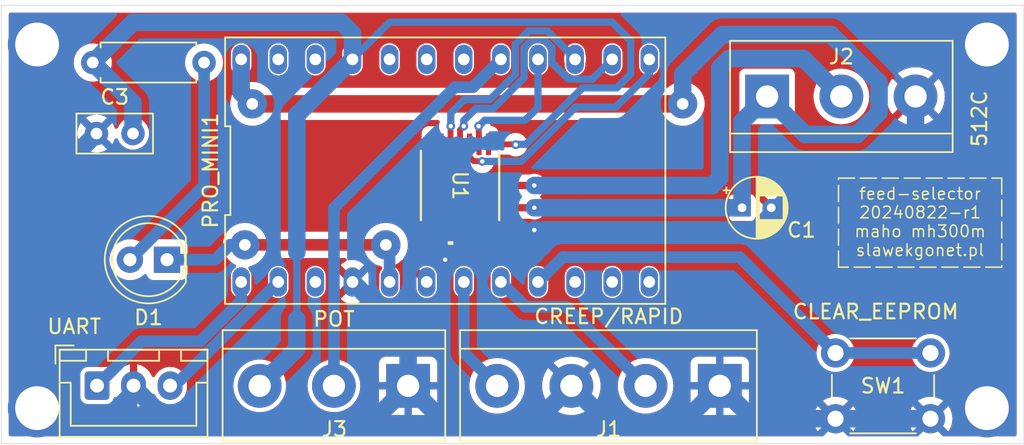
<source format=kicad_pcb>
(kicad_pcb (version 20240108) (generator "pcbnew") (generator_version "8.0")
  (layers (0 "F.Cu" signal) (31 "B.Cu" signal) (34 "B.Paste" user) (35 "F.Paste" user) (36 "B.SilkS" user "B.Silkscreen") (37 "F.SilkS" user "F.Silkscreen") (38 "B.Mask" user) (39 "F.Mask" user) (44 "Edge.Cuts" user))
  (net 0 "")
  (net 10 "Net-(J4-Pin_1)")
  (net 11 "Net-(J4-Pin_3)")
  (net 12 "GND")
  (net 13 "+3.3V")
  (net 14 "Net-(D1-K)")
  (net 15 "Net-(D1-A)")
  (net 16 "Net-(J1-Pin_4)")
  (net 17 "Net-(J1-Pin_2)")
  (net 18 "VOUT")
  (net 19 "Net-(J3-Pin_2)")
  (net 20 "Net-(PRO_MINI1-D12)")
  (net 21 "Net-(PRO_MINI1-D3)")
  (net 22 "Net-(PRO_MINI1-D11)")
  (net 23 "Net-(PRO_MINI1-D10)")
  (net 24 "Net-(PRO_MINI1-D6)")
  (net 25 "Net-(PRO_MINI1-D13)")
  (net 26 "+10V")
  (footprint "Capacitor_THT:CP_Radial_D4.0mm_P2.00mm" (layer "F.Cu") (at 76.2 54.356)
    (property "Reference" "C1" (at 4.064 1.524 0) (layer "F.SilkS"))
    (property "Value" "10uF 16V")
    (fp_line (start -1.269801 -1.195) (end -0.869801 -1.195) (stroke (width 0.12)) (layer "F.SilkS"))
    (fp_line (start -1.069801 -1.395) (end -1.069801 -0.995) (stroke (width 0.12)) (layer "F.SilkS"))
    (fp_line (start 1 -2.08) (end 1 2.08) (stroke (width 0.12)) (layer "F.SilkS"))
    (fp_line (start 1.04 -2.08) (end 1.04 2.08) (stroke (width 0.12)) (layer "F.SilkS"))
    (fp_line (start 1.08 -2.079) (end 1.08 2.079) (stroke (width 0.12)) (layer "F.SilkS"))
    (fp_line (start 1.12 -2.077) (end 1.12 2.077) (stroke (width 0.12)) (layer "F.SilkS"))
    (fp_line (start 1.16 -2.074) (end 1.16 2.074) (stroke (width 0.12)) (layer "F.SilkS"))
    (fp_line (start 1.2 -2.071) (end 1.2 -0.84) (stroke (width 0.12)) (layer "F.SilkS"))
    (fp_line (start 1.2 0.84) (end 1.2 2.071) (stroke (width 0.12)) (layer "F.SilkS"))
    (fp_line (start 1.24 -2.067) (end 1.24 -0.84) (stroke (width 0.12)) (layer "F.SilkS"))
    (fp_line (start 1.24 0.84) (end 1.24 2.067) (stroke (width 0.12)) (layer "F.SilkS"))
    (fp_line (start 1.28 -2.062) (end 1.28 -0.84) (stroke (width 0.12)) (layer "F.SilkS"))
    (fp_line (start 1.28 0.84) (end 1.28 2.062) (stroke (width 0.12)) (layer "F.SilkS"))
    (fp_line (start 1.32 -2.056) (end 1.32 -0.84) (stroke (width 0.12)) (layer "F.SilkS"))
    (fp_line (start 1.32 0.84) (end 1.32 2.056) (stroke (width 0.12)) (layer "F.SilkS"))
    (fp_line (start 1.36 -2.05) (end 1.36 -0.84) (stroke (width 0.12)) (layer "F.SilkS"))
    (fp_line (start 1.36 0.84) (end 1.36 2.05) (stroke (width 0.12)) (layer "F.SilkS"))
    (fp_line (start 1.4 -2.042) (end 1.4 -0.84) (stroke (width 0.12)) (layer "F.SilkS"))
    (fp_line (start 1.4 0.84) (end 1.4 2.042) (stroke (width 0.12)) (layer "F.SilkS"))
    (fp_line (start 1.44 -2.034) (end 1.44 -0.84) (stroke (width 0.12)) (layer "F.SilkS"))
    (fp_line (start 1.44 0.84) (end 1.44 2.034) (stroke (width 0.12)) (layer "F.SilkS"))
    (fp_line (start 1.48 -2.025) (end 1.48 -0.84) (stroke (width 0.12)) (layer "F.SilkS"))
    (fp_line (start 1.48 0.84) (end 1.48 2.025) (stroke (width 0.12)) (layer "F.SilkS"))
    (fp_line (start 1.52 -2.016) (end 1.52 -0.84) (stroke (width 0.12)) (layer "F.SilkS"))
    (fp_line (start 1.52 0.84) (end 1.52 2.016) (stroke (width 0.12)) (layer "F.SilkS"))
    (fp_line (start 1.56 -2.005) (end 1.56 -0.84) (stroke (width 0.12)) (layer "F.SilkS"))
    (fp_line (start 1.56 0.84) (end 1.56 2.005) (stroke (width 0.12)) (layer "F.SilkS"))
    (fp_line (start 1.6 -1.994) (end 1.6 -0.84) (stroke (width 0.12)) (layer "F.SilkS"))
    (fp_line (start 1.6 0.84) (end 1.6 1.994) (stroke (width 0.12)) (layer "F.SilkS"))
    (fp_line (start 1.64 -1.982) (end 1.64 -0.84) (stroke (width 0.12)) (layer "F.SilkS"))
    (fp_line (start 1.64 0.84) (end 1.64 1.982) (stroke (width 0.12)) (layer "F.SilkS"))
    (fp_line (start 1.68 -1.968) (end 1.68 -0.84) (stroke (width 0.12)) (layer "F.SilkS"))
    (fp_line (start 1.68 0.84) (end 1.68 1.968) (stroke (width 0.12)) (layer "F.SilkS"))
    (fp_line (start 1.721 -1.954) (end 1.721 -0.84) (stroke (width 0.12)) (layer "F.SilkS"))
    (fp_line (start 1.721 0.84) (end 1.721 1.954) (stroke (width 0.12)) (layer "F.SilkS"))
    (fp_line (start 1.761 -1.94) (end 1.761 -0.84) (stroke (width 0.12)) (layer "F.SilkS"))
    (fp_line (start 1.761 0.84) (end 1.761 1.94) (stroke (width 0.12)) (layer "F.SilkS"))
    (fp_line (start 1.801 -1.924) (end 1.801 -0.84) (stroke (width 0.12)) (layer "F.SilkS"))
    (fp_line (start 1.801 0.84) (end 1.801 1.924) (stroke (width 0.12)) (layer "F.SilkS"))
    (fp_line (start 1.841 -1.907) (end 1.841 -0.84) (stroke (width 0.12)) (layer "F.SilkS"))
    (fp_line (start 1.841 0.84) (end 1.841 1.907) (stroke (width 0.12)) (layer "F.SilkS"))
    (fp_line (start 1.881 -1.889) (end 1.881 -0.84) (stroke (width 0.12)) (layer "F.SilkS"))
    (fp_line (start 1.881 0.84) (end 1.881 1.889) (stroke (width 0.12)) (layer "F.SilkS"))
    (fp_line (start 1.921 -1.87) (end 1.921 -0.84) (stroke (width 0.12)) (layer "F.SilkS"))
    (fp_line (start 1.921 0.84) (end 1.921 1.87) (stroke (width 0.12)) (layer "F.SilkS"))
    (fp_line (start 1.961 -1.851) (end 1.961 -0.84) (stroke (width 0.12)) (layer "F.SilkS"))
    (fp_line (start 1.961 0.84) (end 1.961 1.851) (stroke (width 0.12)) (layer "F.SilkS"))
    (fp_line (start 2.001 -1.83) (end 2.001 -0.84) (stroke (width 0.12)) (layer "F.SilkS"))
    (fp_line (start 2.001 0.84) (end 2.001 1.83) (stroke (width 0.12)) (layer "F.SilkS"))
    (fp_line (start 2.041 -1.808) (end 2.041 -0.84) (stroke (width 0.12)) (layer "F.SilkS"))
    (fp_line (start 2.041 0.84) (end 2.041 1.808) (stroke (width 0.12)) (layer "F.SilkS"))
    (fp_line (start 2.081 -1.785) (end 2.081 -0.84) (stroke (width 0.12)) (layer "F.SilkS"))
    (fp_line (start 2.081 0.84) (end 2.081 1.785) (stroke (width 0.12)) (layer "F.SilkS"))
    (fp_line (start 2.121 -1.76) (end 2.121 -0.84) (stroke (width 0.12)) (layer "F.SilkS"))
    (fp_line (start 2.121 0.84) (end 2.121 1.76) (stroke (width 0.12)) (layer "F.SilkS"))
    (fp_line (start 2.161 -1.735) (end 2.161 -0.84) (stroke (width 0.12)) (layer "F.SilkS"))
    (fp_line (start 2.161 0.84) (end 2.161 1.735) (stroke (width 0.12)) (layer "F.SilkS"))
    (fp_line (start 2.201 -1.708) (end 2.201 -0.84) (stroke (width 0.12)) (layer "F.SilkS"))
    (fp_line (start 2.201 0.84) (end 2.201 1.708) (stroke (width 0.12)) (layer "F.SilkS"))
    (fp_line (start 2.241 -1.68) (end 2.241 -0.84) (stroke (width 0.12)) (layer "F.SilkS"))
    (fp_line (start 2.241 0.84) (end 2.241 1.68) (stroke (width 0.12)) (layer "F.SilkS"))
    (fp_line (start 2.281 -1.65) (end 2.281 -0.84) (stroke (width 0.12)) (layer "F.SilkS"))
    (fp_line (start 2.281 0.84) (end 2.281 1.65) (stroke (width 0.12)) (layer "F.SilkS"))
    (fp_line (start 2.321 -1.619) (end 2.321 -0.84) (stroke (width 0.12)) (layer "F.SilkS"))
    (fp_line (start 2.321 0.84) (end 2.321 1.619) (stroke (width 0.12)) (layer "F.SilkS"))
    (fp_line (start 2.361 -1.587) (end 2.361 -0.84) (stroke (width 0.12)) (layer "F.SilkS"))
    (fp_line (start 2.361 0.84) (end 2.361 1.587) (stroke (width 0.12)) (layer "F.SilkS"))
    (fp_line (start 2.401 -1.552) (end 2.401 -0.84) (stroke (width 0.12)) (layer "F.SilkS"))
    (fp_line (start 2.401 0.84) (end 2.401 1.552) (stroke (width 0.12)) (layer "F.SilkS"))
    (fp_line (start 2.441 -1.516) (end 2.441 -0.84) (stroke (width 0.12)) (layer "F.SilkS"))
    (fp_line (start 2.441 0.84) (end 2.441 1.516) (stroke (width 0.12)) (layer "F.SilkS"))
    (fp_line (start 2.481 -1.478) (end 2.481 -0.84) (stroke (width 0.12)) (layer "F.SilkS"))
    (fp_line (start 2.481 0.84) (end 2.481 1.478) (stroke (width 0.12)) (layer "F.SilkS"))
    (fp_line (start 2.521 -1.438) (end 2.521 -0.84) (stroke (width 0.12)) (layer "F.SilkS"))
    (fp_line (start 2.521 0.84) (end 2.521 1.438) (stroke (width 0.12)) (layer "F.SilkS"))
    (fp_line (start 2.561 -1.396) (end 2.561 -0.84) (stroke (width 0.12)) (layer "F.SilkS"))
    (fp_line (start 2.561 0.84) (end 2.561 1.396) (stroke (width 0.12)) (layer "F.SilkS"))
    (fp_line (start 2.601 -1.351) (end 2.601 -0.84) (stroke (width 0.12)) (layer "F.SilkS"))
    (fp_line (start 2.601 0.84) (end 2.601 1.351) (stroke (width 0.12)) (layer "F.SilkS"))
    (fp_line (start 2.641 -1.304) (end 2.641 -0.84) (stroke (width 0.12)) (layer "F.SilkS"))
    (fp_line (start 2.641 0.84) (end 2.641 1.304) (stroke (width 0.12)) (layer "F.SilkS"))
    (fp_line (start 2.681 -1.254) (end 2.681 -0.84) (stroke (width 0.12)) (layer "F.SilkS"))
    (fp_line (start 2.681 0.84) (end 2.681 1.254) (stroke (width 0.12)) (layer "F.SilkS"))
    (fp_line (start 2.721 -1.2) (end 2.721 -0.84) (stroke (width 0.12)) (layer "F.SilkS"))
    (fp_line (start 2.721 0.84) (end 2.721 1.2) (stroke (width 0.12)) (layer "F.SilkS"))
    (fp_line (start 2.761 -1.142) (end 2.761 -0.84) (stroke (width 0.12)) (layer "F.SilkS"))
    (fp_line (start 2.761 0.84) (end 2.761 1.142) (stroke (width 0.12)) (layer "F.SilkS"))
    (fp_line (start 2.801 -1.08) (end 2.801 -0.84) (stroke (width 0.12)) (layer "F.SilkS"))
    (fp_line (start 2.801 0.84) (end 2.801 1.08) (stroke (width 0.12)) (layer "F.SilkS"))
    (fp_line (start 2.841 -1.013) (end 2.841 1.013) (stroke (width 0.12)) (layer "F.SilkS"))
    (fp_line (start 2.881 -0.94) (end 2.881 0.94) (stroke (width 0.12)) (layer "F.SilkS"))
    (fp_line (start 2.921 -0.859) (end 2.921 0.859) (stroke (width 0.12)) (layer "F.SilkS"))
    (fp_line (start 2.961 -0.768) (end 2.961 0.768) (stroke (width 0.12)) (layer "F.SilkS"))
    (fp_line (start 3.001 -0.664) (end 3.001 0.664) (stroke (width 0.12)) (layer "F.SilkS"))
    (fp_line (start 3.041 -0.537) (end 3.041 0.537) (stroke (width 0.12)) (layer "F.SilkS"))
    (fp_line (start 3.081 -0.37) (end 3.081 0.37) (stroke (width 0.12)) (layer "F.SilkS"))
    (fp_circle (center 1 0) (end 3.12 0) (stroke (width 0.12)) (fill none) (layer "F.SilkS"))
    (pad "1" thru_hole rect (at 0 0) (size 1.2 1.2) (drill 0.6) (layers "*.Cu" "*.Mask") (net 26 "+10V"))
    (pad "2" thru_hole circle (at 2 0) (size 1.2 1.2) (drill 0.6) (layers "*.Cu" "*.Mask") (net 12 "GND"))
  )
  (footprint "Connector_JST:JST_XH_B3B-XH-A_1x03_P2.50mm_Vertical" (layer "F.Cu") (at 32.044 66.531)
    (property "Reference" "J4" (hide yes))
    (property "Value" "UART" (at -1.564 -4.047 180) (layer "F.SilkS"))
    (fp_line (start -2.85 -2.75) (end -2.85 -1.5) (stroke (width 0.12)) (layer "F.SilkS"))
    (fp_line (start -2.56 -2.46) (end -2.56 3.51) (stroke (width 0.12)) (layer "F.SilkS"))
    (fp_line (start -2.56 3.51) (end 7.56 3.51) (stroke (width 0.12)) (layer "F.SilkS"))
    (fp_line (start -2.55 -2.45) (end -2.55 -1.7) (stroke (width 0.12)) (layer "F.SilkS"))
    (fp_line (start -2.55 -1.7) (end -0.75 -1.7) (stroke (width 0.12)) (layer "F.SilkS"))
    (fp_line (start -2.55 -0.2) (end -1.8 -0.2) (stroke (width 0.12)) (layer "F.SilkS"))
    (fp_line (start -1.8 -0.2) (end -1.8 2.75) (stroke (width 0.12)) (layer "F.SilkS"))
    (fp_line (start -1.8 2.75) (end 2.5 2.75) (stroke (width 0.12)) (layer "F.SilkS"))
    (fp_line (start -1.6 -2.75) (end -2.85 -2.75) (stroke (width 0.12)) (layer "F.SilkS"))
    (fp_line (start -0.75 -2.45) (end -2.55 -2.45) (stroke (width 0.12)) (layer "F.SilkS"))
    (fp_line (start -0.75 -1.7) (end -0.75 -2.45) (stroke (width 0.12)) (layer "F.SilkS"))
    (fp_line (start 0.75 -2.45) (end 0.75 -1.7) (stroke (width 0.12)) (layer "F.SilkS"))
    (fp_line (start 0.75 -1.7) (end 4.25 -1.7) (stroke (width 0.12)) (layer "F.SilkS"))
    (fp_line (start 4.25 -2.45) (end 0.75 -2.45) (stroke (width 0.12)) (layer "F.SilkS"))
    (fp_line (start 4.25 -1.7) (end 4.25 -2.45) (stroke (width 0.12)) (layer "F.SilkS"))
    (fp_line (start 5.75 -2.45) (end 5.75 -1.7) (stroke (width 0.12)) (layer "F.SilkS"))
    (fp_line (start 5.75 -1.7) (end 7.55 -1.7) (stroke (width 0.12)) (layer "F.SilkS"))
    (fp_line (start 6.8 -0.2) (end 6.8 2.75) (stroke (width 0.12)) (layer "F.SilkS"))
    (fp_line (start 6.8 2.75) (end 2.5 2.75) (stroke (width 0.12)) (layer "F.SilkS"))
    (fp_line (start 7.55 -2.45) (end 5.75 -2.45) (stroke (width 0.12)) (layer "F.SilkS"))
    (fp_line (start 7.55 -1.7) (end 7.55 -2.45) (stroke (width 0.12)) (layer "F.SilkS"))
    (fp_line (start 7.55 -0.2) (end 6.8 -0.2) (stroke (width 0.12)) (layer "F.SilkS"))
    (fp_line (start 7.56 -2.46) (end -2.56 -2.46) (stroke (width 0.12)) (layer "F.SilkS"))
    (fp_line (start 7.56 3.51) (end 7.56 -2.46) (stroke (width 0.12)) (layer "F.SilkS"))
    (pad "1" thru_hole roundrect (at 0 0) (size 1.7 1.95) (drill 0.95) (layers "*.Cu" "*.Mask") (roundrect_rratio 0.147059) (net 10 "Net-(J4-Pin_1)"))
    (pad "2" thru_hole oval (at 2.5 0) (size 1.7 1.95) (drill 0.95) (layers "*.Cu" "*.Mask") (net 12 "GND"))
    (pad "3" thru_hole oval (at 5 0) (size 1.7 1.95) (drill 0.95) (layers "*.Cu" "*.Mask") (net 11 "Net-(J4-Pin_3)"))
  )
  (footprint "Resistor_THT:R_Axial_DIN0207_L6.3mm_D2.5mm_P7.62mm_Horizontal" (layer "F.Cu") (at 39.37 44.414 180)
    (property "Reference" "R1" (hide yes))
    (property "Value" "R8K3")
    (fp_line (start 7.08 1.37) (end 7.08 1.04) (stroke (width 0.12)) (layer "F.SilkS"))
    (fp_line (start 7.08 -1.37) (end 7.08 -1.04) (stroke (width 0.12)) (layer "F.SilkS"))
    (fp_line (start 0.54 1.37) (end 7.08 1.37) (stroke (width 0.12)) (layer "F.SilkS"))
    (fp_line (start 0.54 1.04) (end 0.54 1.37) (stroke (width 0.12)) (layer "F.SilkS"))
    (fp_line (start 0.54 -1.04) (end 0.54 -1.37) (stroke (width 0.12)) (layer "F.SilkS"))
    (fp_line (start 0.54 -1.37) (end 7.08 -1.37) (stroke (width 0.12)) (layer "F.SilkS"))
    (pad "1" thru_hole circle (at 0 0 180) (size 1.6 1.6) (drill 0.8) (layers "*.Cu" "*.Mask") (net 15 "Net-(D1-A)"))
    (pad "2" thru_hole oval (at 7.62 0 180) (size 1.6 1.6) (drill 0.8) (layers "*.Cu" "*.Mask") (net 13 "+3.3V"))
  )
  (footprint "footprints:TSSOP14_MC_MCH" (layer "F.Cu") (at 56.896 52.832 -90)
    (property "Reference" "U1" (at 0 0 -90) (layer "F.SilkS"))
    (property "Value" "MCP41HV51-103E/ST")
    (fp_line (start -2.3749 2.6797) (end 2.3749 2.6797) (stroke (width 0.1524)) (layer "F.SilkS"))
    (fp_line (start 2.3749 -2.6797) (end -2.3749 -2.6797) (stroke (width 0.1524)) (layer "F.SilkS"))
    (fp_poly (pts (xy 4.064 0.459499) (xy 4.064 0.840499) (xy 3.81 0.840499) (xy 3.81 0.459499)) (fill solid) (layer "F.SilkS"))
    (pad "1" smd rect (at -2.8194 -1.950001 270) (size 1.4732 0.3556) (layers "F.Cu" "F.Paste" "F.Mask") (net 13 "+3.3V"))
    (pad "2" smd rect (at -2.8194 -1.3 270) (size 1.4732 0.3556) (layers "F.Cu" "F.Paste" "F.Mask") (net 25 "Net-(PRO_MINI1-D13)"))
    (pad "3" smd rect (at -2.8194 -0.649999 270) (size 1.4732 0.3556) (layers "F.Cu" "F.Paste" "F.Mask") (net 23 "Net-(PRO_MINI1-D10)"))
    (pad "4" smd rect (at -2.8194 0 270) (size 1.4732 0.3556) (layers "F.Cu" "F.Paste" "F.Mask") (net 22 "Net-(PRO_MINI1-D11)"))
    (pad "5" smd rect (at -2.8194 0.649999 270) (size 1.4732 0.3556) (layers "F.Cu" "F.Paste" "F.Mask") (net 20 "Net-(PRO_MINI1-D12)"))
    (pad "6" smd rect (at -2.8194 1.3 270) (size 1.4732 0.3556) (layers "F.Cu" "F.Paste" "F.Mask") (net 12 "GND"))
    (pad "7" smd rect (at -2.8194 1.949999 270) (size 1.4732 0.3556) (layers "F.Cu" "F.Paste" "F.Mask") (net 21 "Net-(PRO_MINI1-D3)"))
    (pad "8" smd rect (at 2.8194 1.950001 270) (size 1.4732 0.3556) (layers "F.Cu" "F.Paste" "F.Mask"))
    (pad "9" smd rect (at 2.8194 1.3 270) (size 1.4732 0.3556) (layers "F.Cu" "F.Paste" "F.Mask") (net 12 "GND"))
    (pad "10" smd rect (at 2.8194 0.650001 270) (size 1.4732 0.3556) (layers "F.Cu" "F.Paste" "F.Mask") (net 12 "GND"))
    (pad "11" smd rect (at 2.8194 0 270) (size 1.4732 0.3556) (layers "F.Cu" "F.Paste" "F.Mask") (net 12 "GND"))
    (pad "12" smd rect (at 2.8194 -0.649999 270) (size 1.4732 0.3556) (layers "F.Cu" "F.Paste" "F.Mask") (net 18 "VOUT"))
    (pad "13" smd rect (at 2.8194 -1.3 270) (size 1.4732 0.3556) (layers "F.Cu" "F.Paste" "F.Mask") (net 26 "+10V"))
    (pad "14" smd rect (at 2.8194 -1.949999 270) (size 1.4732 0.3556) (layers "F.Cu" "F.Paste" "F.Mask") (net 26 "+10V"))
  )
  (footprint "TerminalBlock:TerminalBlock_bornier-4_P5.08mm" (layer "F.Cu") (at 74.676 66.548 180)
    (property "Reference" "J1" (at 7.6 -2.96 0) (layer "F.SilkS"))
    (property "Value" "CREEP/RAPID" (at 7.6 4.75 0) (layer "F.SilkS"))
    (fp_line (start 17.78 3.81) (end 17.78 -3.81) (stroke (width 0.12)) (layer "F.SilkS"))
    (fp_line (start 17.78 2.54) (end -2.54 2.54) (stroke (width 0.12)) (layer "F.SilkS"))
    (fp_line (start -2.54 3.81) (end 17.78 3.81) (stroke (width 0.12)) (layer "F.SilkS"))
    (fp_line (start -2.54 -3.81) (end 17.78 -3.81) (stroke (width 0.12)) (layer "F.SilkS"))
    (fp_line (start -2.54 -3.81) (end -2.54 3.81) (stroke (width 0.12)) (layer "F.SilkS"))
    (pad "1" thru_hole rect (at 0 0 180) (size 3 3) (drill 1.52) (layers "*.Cu" "*.Mask") (net 12 "GND"))
    (pad "2" thru_hole circle (at 5.08 0 180) (size 3 3) (drill 1.52) (layers "*.Cu" "*.Mask") (net 17 "Net-(J1-Pin_2)"))
    (pad "3" thru_hole circle (at 10.16 0 180) (size 3 3) (drill 1.52) (layers "*.Cu" "*.Mask") (net 12 "GND"))
    (pad "4" thru_hole circle (at 15.24 0 180) (size 3 3) (drill 1.52) (layers "*.Cu" "*.Mask") (net 16 "Net-(J1-Pin_4)"))
  )
  (footprint "TerminalBlock:TerminalBlock_bornier-3_P5.08mm" (layer "F.Cu") (at 53.34 66.548 180)
    (property "Reference" "J3" (at 5.04 -2.96 0) (layer "F.SilkS"))
    (property "Value" "POT" (at 5.08 4.572 0) (layer "F.SilkS"))
    (fp_line (start 12.7 3.81) (end 12.7 -3.81) (stroke (width 0.12)) (layer "F.SilkS"))
    (fp_line (start -2.54 3.81) (end 12.7 3.81) (stroke (width 0.12)) (layer "F.SilkS"))
    (fp_line (start -2.54 3.81) (end -2.54 -3.81) (stroke (width 0.12)) (layer "F.SilkS"))
    (fp_line (start -2.54 2.54) (end 12.7 2.54) (stroke (width 0.12)) (layer "F.SilkS"))
    (fp_line (start -2.54 -3.81) (end 12.7 -3.81) (stroke (width 0.12)) (layer "F.SilkS"))
    (pad "1" thru_hole rect (at 0 0 180) (size 3 3) (drill 1.52) (layers "*.Cu" "*.Mask") (net 12 "GND"))
    (pad "2" thru_hole circle (at 5.08 0 180) (size 3 3) (drill 1.52) (layers "*.Cu" "*.Mask") (net 19 "Net-(J3-Pin_2)"))
    (pad "3" thru_hole circle (at 10.16 0 180) (size 3 3) (drill 1.52) (layers "*.Cu" "*.Mask") (net 13 "+3.3V"))
  )
  (footprint "00_Module:Arduino_Pro_Mini" (layer "F.Cu") (at 55.88 51.816)
    (property "Reference" "PRO_MINI1" (at -16.07 0 90) (layer "F.SilkS"))
    (property "Value" "~")
    (fp_line (start -15.07 -9.12) (end -15.07 -3.04) (stroke (width 0.12)) (layer "F.SilkS"))
    (fp_line (start -15.07 -3.04) (end -14.71 -3.04) (stroke (width 0.12)) (layer "F.SilkS"))
    (fp_line (start -15.07 3.039999) (end -15.07 9.12) (stroke (width 0.12)) (layer "F.SilkS"))
    (fp_line (start -15.07 9.12) (end 15.07 9.12) (stroke (width 0.12)) (layer "F.SilkS"))
    (fp_line (start -14.71 -3.04) (end -14.71 3.039999) (stroke (width 0.12)) (layer "F.SilkS"))
    (fp_line (start -14.71 3.039999) (end -15.07 3.039999) (stroke (width 0.12)) (layer "F.SilkS"))
    (fp_line (start 15.07 -9.12) (end -15.07 -9.12) (stroke (width 0.12)) (layer "F.SilkS"))
    (fp_line (start 15.07 9.12) (end 15.07 -9.12) (stroke (width 0.12)) (layer "F.SilkS"))
    (pad "1" thru_hole oval (at -13.97 7.62) (size 1.2 2) (drill 0.8) (layers "*.Cu" "*.Mask") (net 10 "Net-(J4-Pin_1)"))
    (pad "2" thru_hole oval (at -11.43 7.62) (size 1.2 2) (drill 0.8) (layers "*.Cu" "*.Mask") (net 11 "Net-(J4-Pin_3)"))
    (pad "3" thru_hole oval (at -8.89 7.62) (size 1.2 2) (drill 0.8) (layers "*.Cu" "*.Mask"))
    (pad "4" thru_hole oval (at -6.35 7.62) (size 1.2 2) (drill 0.8) (layers "*.Cu" "*.Mask") (net 12 "GND"))
    (pad "5" thru_hole oval (at -3.81 7.62) (size 1.2 2) (drill 0.8) (layers "*.Cu" "*.Mask") (net 14 "Net-(D1-K)"))
    (pad "6" thru_hole oval (at -1.27 7.62) (size 1.2 2) (drill 0.8) (layers "*.Cu" "*.Mask") (net 21 "Net-(PRO_MINI1-D3)"))
    (pad "7" thru_hole oval (at 1.27 7.62) (size 1.2 2) (drill 0.8) (layers "*.Cu" "*.Mask") (net 16 "Net-(J1-Pin_4)"))
    (pad "8" thru_hole oval (at 3.81 7.62) (size 1.2 2) (drill 0.8) (layers "*.Cu" "*.Mask") (net 17 "Net-(J1-Pin_2)"))
    (pad "9" thru_hole oval (at 6.35 7.62) (size 1.2 2) (drill 0.8) (layers "*.Cu" "*.Mask") (net 24 "Net-(PRO_MINI1-D6)"))
    (pad "10" thru_hole oval (at 8.89 7.62) (size 1.2 2) (drill 0.8) (layers "*.Cu" "*.Mask"))
    (pad "11" thru_hole oval (at 11.43 7.62) (size 1.2 2) (drill 0.8) (layers "*.Cu" "*.Mask"))
    (pad "12" thru_hole oval (at 13.97 7.62) (size 1.2 2) (drill 0.8) (layers "*.Cu" "*.Mask"))
    (pad "13" thru_hole oval (at 13.97 -7.62) (size 1.2 2) (drill 0.8) (layers "*.Cu" "*.Mask") (net 23 "Net-(PRO_MINI1-D10)"))
    (pad "14" thru_hole oval (at 11.43 -7.62) (size 1.2 2) (drill 0.8) (layers "*.Cu" "*.Mask") (net 22 "Net-(PRO_MINI1-D11)"))
    (pad "15" thru_hole oval (at 8.89 -7.62) (size 1.2 2) (drill 0.8) (layers "*.Cu" "*.Mask") (net 20 "Net-(PRO_MINI1-D12)"))
    (pad "16" thru_hole oval (at 6.35 -7.62) (size 1.2 2) (drill 0.8) (layers "*.Cu" "*.Mask") (net 25 "Net-(PRO_MINI1-D13)"))
    (pad "17" thru_hole oval (at 3.81 -7.62) (size 1.2 2) (drill 0.8) (layers "*.Cu" "*.Mask") (net 19 "Net-(J3-Pin_2)"))
    (pad "18" thru_hole oval (at 1.27 -7.62) (size 1.2 2) (drill 0.8) (layers "*.Cu" "*.Mask"))
    (pad "19" thru_hole oval (at -1.27 -7.62) (size 1.2 2) (drill 0.8) (layers "*.Cu" "*.Mask"))
    (pad "20" thru_hole oval (at -3.81 -7.62) (size 1.2 2) (drill 0.8) (layers "*.Cu" "*.Mask"))
    (pad "21" thru_hole oval (at -6.35 -7.62) (size 1.2 2) (drill 0.8) (layers "*.Cu" "*.Mask") (net 13 "+3.3V"))
    (pad "22" thru_hole oval (at -8.89 -7.62) (size 1.2 2) (drill 0.8) (layers "*.Cu" "*.Mask"))
    (pad "23" thru_hole oval (at -11.43 -7.62) (size 1.2 2) (drill 0.8) (layers "*.Cu" "*.Mask"))
    (pad "24" thru_hole oval (at -13.97 -7.62) (size 1.2 2) (drill 0.8) (layers "*.Cu" "*.Mask") (net 26 "+10V"))
  )
  (footprint "Capacitor_THT:C_Disc_D5.0mm_W2.5mm_P2.50mm" (layer "F.Cu") (at 32.004 49.276)
    (property "Reference" "C3" (at 1.25 -2.5 0) (layer "F.SilkS"))
    (property "Value" "100nF")
    (fp_line (start -1.37 -1.37) (end -1.37 1.37) (stroke (width 0.12)) (layer "F.SilkS"))
    (fp_line (start -1.37 -1.37) (end 3.87 -1.37) (stroke (width 0.12)) (layer "F.SilkS"))
    (fp_line (start -1.37 1.37) (end 3.87 1.37) (stroke (width 0.12)) (layer "F.SilkS"))
    (fp_line (start 3.87 -1.37) (end 3.87 1.37) (stroke (width 0.12)) (layer "F.SilkS"))
    (pad "1" thru_hole circle (at 0 0) (size 1.6 1.6) (drill 0.8) (layers "*.Cu" "*.Mask") (net 12 "GND"))
    (pad "2" thru_hole circle (at 2.5 0) (size 1.6 1.6) (drill 0.8) (layers "*.Cu" "*.Mask") (net 13 "+3.3V"))
  )
  (footprint "Button_Switch_THT:SW_PUSH_6mm" (layer "F.Cu") (at 89.102 68.798 180)
    (property "Reference" "SW1" (hide yes))
    (property "Value" "CLEAR_EEPROM" (at 3.75 7.33 0) (layer "F.SilkS"))
    (fp_line (start 6.75 3) (end 6.75 1.5) (stroke (width 0.12)) (layer "F.SilkS"))
    (fp_line (start 5.5 -1) (end 1 -1) (stroke (width 0.12)) (layer "F.SilkS"))
    (fp_line (start 1 5.5) (end 5.5 5.5) (stroke (width 0.12)) (layer "F.SilkS"))
    (fp_line (start -0.25 1.5) (end -0.25 3) (stroke (width 0.12)) (layer "F.SilkS"))
    (fp_text user "${REFERENCE}" (at 3.25 2.25 0) (layer "F.SilkS"))
    (pad "1" thru_hole circle (at 0 0 270) (size 2 2) (drill 1.1) (layers "*.Cu" "*.Mask") (net 12 "GND"))
    (pad "1" thru_hole circle (at 6.5 0 270) (size 2 2) (drill 1.1) (layers "*.Cu" "*.Mask") (net 12 "GND"))
    (pad "2" thru_hole circle (at 0 4.5 270) (size 2 2) (drill 1.1) (layers "*.Cu" "*.Mask") (net 24 "Net-(PRO_MINI1-D6)"))
    (pad "2" thru_hole circle (at 6.5 4.5 270) (size 2 2) (drill 1.1) (layers "*.Cu" "*.Mask") (net 24 "Net-(PRO_MINI1-D6)"))
  )
  (footprint "TerminalBlock:TerminalBlock_bornier-3_P5.08mm" (layer "F.Cu") (at 77.92 46.736)
    (property "Reference" "J2" (at 5.08 -2.72 0) (layer "F.SilkS"))
    (property "Value" "512C" (at 14.536 1.524 -90) (layer "F.SilkS"))
    (fp_line (start -2.54 -3.81) (end 12.7 -3.81) (stroke (width 0.12)) (layer "F.SilkS"))
    (fp_line (start -2.54 2.54) (end 12.7 2.54) (stroke (width 0.12)) (layer "F.SilkS"))
    (fp_line (start -2.54 3.81) (end -2.54 -3.81) (stroke (width 0.12)) (layer "F.SilkS"))
    (fp_line (start -2.54 3.81) (end 12.7 3.81) (stroke (width 0.12)) (layer "F.SilkS"))
    (fp_line (start 12.7 3.81) (end 12.7 -3.81) (stroke (width 0.12)) (layer "F.SilkS"))
    (pad "1" thru_hole rect (at 0 0) (size 3 3) (drill 1.52) (layers "*.Cu" "*.Mask") (net 26 "+10V"))
    (pad "2" thru_hole circle (at 5.08 0) (size 3 3) (drill 1.52) (layers "*.Cu" "*.Mask") (net 18 "VOUT"))
    (pad "3" thru_hole circle (at 10.16 0) (size 3 3) (drill 1.52) (layers "*.Cu" "*.Mask") (net 12 "GND"))
  )
  (footprint "LED_THT:LED_D5.0mm" (layer "F.Cu") (at 36.835 57.912 180)
    (property "Reference" "D1" (at 1.27 -3.96 0) (layer "F.SilkS"))
    (property "Value" "LED")
    (fp_line (start -1.29 -1.545) (end -1.29 1.545) (stroke (width 0.12)) (layer "F.SilkS"))
    (fp_arc (start 4.26 -0.000462) (mid 2.072002 2.880433) (end -1.29 1.54483) (stroke (width 0.12)) (layer "F.SilkS"))
    (fp_arc (start -1.29 -1.54483) (mid 2.072002 -2.880433) (end 4.26 0.000462) (stroke (width 0.12)) (layer "F.SilkS"))
    (fp_circle (center 1.27 0) (end 3.77 0) (stroke (width 0.12)) (fill none) (layer "F.SilkS"))
    (pad "1" thru_hole rect (at 0 0 180) (size 1.8 1.8) (drill 0.9) (layers "*.Cu" "*.Mask") (net 14 "Net-(D1-K)"))
    (pad "2" thru_hole circle (at 2.54 0 180) (size 1.8 1.8) (drill 0.9) (layers "*.Cu" "*.Mask") (net 15 "Net-(D1-A)"))
  )
  (gr_rect (start 25.5 40.5) (end 95.5 70.5) (stroke (width 0.05)) (fill none) (layer "Edge.Cuts"))
  (gr_text_box "feed-selector\n20240822-r1\nmaho mh300m\nslawekgonet.pl" (start 82.804 52.324) (end 93.98 58.42) (layer "F.SilkS") (effects (font (size 0.8 0.8) (thickness 0.1)) (justify top)) (border yes) (stroke (width 0.1) (type dash)))
  (segment (start 41.91 60.703208) (end 39.114604 63.498604) (width 0.8) (layer "B.Cu") (net 10))
  (segment (start 41.91 59.436) (end 41.91 60.703208) (width 0.8) (layer "B.Cu") (net 10))
  (segment (start 35.076396 63.498604) (end 32.044 66.531) (width 0.8) (layer "B.Cu") (net 10))
  (segment (start 39.114604 63.498604) (end 35.076396 63.498604) (width 0.8) (layer "B.Cu") (net 10))
  (segment (start 44.45 59.436) (end 37.355 66.531) (width 0.8) (layer "B.Cu") (net 11))
  (segment (start 37.355 66.531) (end 37.044 66.531) (width 0.8) (layer "B.Cu") (net 11))
  (segment (start 55.596 51.2492) (end 55.596 50.0126) (width 0.4) (layer "F.Cu") (net 12))
  (segment (start 55.596 55.6514) (end 55.596 55.148) (width 0.4) (layer "F.Cu") (net 12))
  (segment (start 57.412 57.404) (end 56.896 56.888) (width 0.5) (layer "F.Cu") (net 12))
  (segment (start 56.245999 54.498001) (end 56.896 53.848) (width 0.5) (layer "F.Cu") (net 12))
  (segment (start 55.88 57.404) (end 55.88 57.912) (width 0.5) (layer "F.Cu") (net 12))
  (segment (start 60.452 57.404) (end 57.412 57.404) (width 0.5) (layer "F.Cu") (net 12))
  (segment (start 55.596 55.148) (end 56.245999 54.498001) (width 0.4) (layer "F.Cu") (net 12))
  (segment (start 61.976 55.88) (end 60.452 57.404) (width 0.5) (layer "F.Cu") (net 12))
  (segment (start 56.896 52.5492) (end 55.596 51.2492) (width 0.5) (layer "F.Cu") (net 12))
  (segment (start 56.896 56.888) (end 56.896 55.6514) (width 0.5) (layer "F.Cu") (net 12))
  (segment (start 56.245999 55.6514) (end 56.245999 57.038001) (width 0.4) (layer "F.Cu") (net 12))
  (segment (start 56.896 55.6514) (end 56.896 53.848) (width 0.5) (layer "F.Cu") (net 12))
  (segment (start 56.896 53.848) (end 56.896 52.5492) (width 0.5) (layer "F.Cu") (net 12))
  (segment (start 56.245999 57.038001) (end 55.88 57.404) (width 0.5) (layer "F.Cu") (net 12))
  (segment (start 56.245999 55.6514) (end 56.245999 54.498001) (width 0.4) (layer "F.Cu") (net 12))
  (via (at 55.88 57.912) (size 0.6) (drill 0.3) (layers "F.Cu" "B.Cu") (net 12))
  (via (at 92.964 43.18) (size 4) (drill 3) (layers "F.Cu" "B.Cu") (net 12))
  (via (at 92.964 68.072) (size 4) (drill 3) (layers "F.Cu" "B.Cu") (net 12))
  (via (at 27.94 43.18) (size 4) (drill 3) (layers "F.Cu" "B.Cu") (net 12))
  (via (at 27.94 68.072) (size 4) (drill 3) (layers "F.Cu" "B.Cu") (net 12))
  (via (at 61.976 55.88) (size 0.6) (drill 0.3) (layers "F.Cu" "B.Cu") (net 12))
  (segment (start 55.88 60.96) (end 53.34 63.5) (width 0.5) (layer "B.Cu") (net 12))
  (segment (start 64.516 66.548) (end 62.016 69.048) (width 1.2) (layer "B.Cu") (net 12))
  (segment (start 33.127274 68.406) (end 30.960726 68.406) (width 1.2) (layer "B.Cu") (net 12))
  (segment (start 34.544 66.989274) (end 33.127274 68.406) (width 1.2) (layer "B.Cu") (net 12))
  (segment (start 62.016 69.048) (end 55.84 69.048) (width 1.2) (layer "B.Cu") (net 12))
  (segment (start 67.016 69.048) (end 64.516 66.548) (width 1.2) (layer "B.Cu") (net 12))
  (segment (start 77.676 55.88) (end 61.976 55.88) (width 1.2) (layer "B.Cu") (net 12))
  (segment (start 53.34 63.5) (end 53.34 63.246) (width 1.2) (layer "B.Cu") (net 12))
  (segment (start 85.344 54.356) (end 78.2 54.356) (width 1.2) (layer "B.Cu") (net 12))
  (segment (start 78.2 54.356) (end 78.2 55.356) (width 1.2) (layer "B.Cu") (net 12))
  (segment (start 50.94 68.948) (end 36.861126 68.948) (width 1.2) (layer "B.Cu") (net 12))
  (segment (start 30.960726 68.406) (end 27.94 68.072) (width 1.2) (layer "B.Cu") (net 12))
  (segment (start 53.34 63.246) (end 49.53 59.436) (width 1.2) (layer "B.Cu") (net 12))
  (segment (start 74.676 66.548) (end 72.176 69.048) (width 1.2) (layer "B.Cu") (net 12))
  (segment (start 55.88 57.912) (end 55.88 60.96) (width 0.5) (layer "B.Cu") (net 12))
  (segment (start 34.544 66.630874) (end 34.544 66.531) (width 1.2) (layer "B.Cu") (net 12))
  (segment (start 88.08 46.736) (end 88.08 51.62) (width 1.2) (layer "B.Cu") (net 12))
  (segment (start 53.34 66.548) (end 50.94 68.948) (width 1.2) (layer "B.Cu") (net 12))
  (segment (start 53.34 66.548) (end 53.34 63.5) (width 1.2) (layer "B.Cu") (net 12))
  (segment (start 36.861126 68.948) (end 34.544 66.630874) (width 1.2) (layer "B.Cu") (net 12))
  (segment (start 27.94 68.072) (end 29.972 67.417274) (width 1.2) (layer "B.Cu") (net 12))
  (segment (start 34.544 66.531) (end 34.544 66.989274) (width 1.2) (layer "B.Cu") (net 12))
  (segment (start 55.84 69.048) (end 53.34 66.548) (width 1.2) (layer "B.Cu") (net 12))
  (segment (start 82.602 68.798) (end 76.926 68.798) (width 1.2) (layer "B.Cu") (net 12))
  (segment (start 72.176 69.048) (end 67.016 69.048) (width 1.2) (layer "B.Cu") (net 12))
  (segment (start 88.08 51.62) (end 85.344 54.356) (width 1.2) (layer "B.Cu") (net 12))
  (segment (start 29.972 51.308) (end 32.004 49.276) (width 1.2) (layer "B.Cu") (net 12))
  (segment (start 29.972 67.417274) (end 29.972 51.308) (width 1.2) (layer "B.Cu") (net 12))
  (segment (start 76.926 68.798) (end 74.676 66.548) (width 1.2) (layer "B.Cu") (net 12))
  (segment (start 89.102 68.798) (end 82.602 68.798) (width 1.2) (layer "B.Cu") (net 12))
  (segment (start 78.2 55.356) (end 77.676 55.88) (width 1.2) (layer "B.Cu") (net 12))
  (segment (start 60.6806 50.0126) (end 60.706 50.038) (width 0.4) (layer "F.Cu") (net 13))
  (segment (start 60.706 50.038) (end 60.7314 50.0126) (width 0.4) (layer "F.Cu") (net 13))
  (segment (start 58.846001 50.0126) (end 60.6806 50.0126) (width 0.4) (layer "F.Cu") (net 13))
  (via (at 60.706 50.038) (size 0.6) (drill 0.3) (layers "F.Cu" "B.Cu") (net 13))
  (segment (start 48.768 41.656) (end 49.53 42.418) (width 1.2) (layer "B.Cu") (net 13))
  (segment (start 45.72 57.404) (end 45.72 61.976) (width 0.5) (layer "B.Cu") (net 13))
  (segment (start 60.7314 50.0126) (end 61.406872 50.0126) (width 0.5) (layer "B.Cu") (net 13))
  (segment (start 67.3 41.646) (end 52.08 41.646) (width 0.5) (layer "B.Cu") (net 13))
  (segment (start 34.504 49.276) (end 34.504 47.168) (width 1.2) (layer "B.Cu") (net 13))
  (segment (start 49.53 42.418) (end 49.53 44.196) (width 1.2) (layer "B.Cu") (net 13))
  (segment (start 61.406872 50.0126) (end 65.273472 46.146) (width 0.5) (layer "B.Cu") (net 13))
  (segment (start 34.504 47.168) (end 31.75 44.414) (width 1.2) (layer "B.Cu") (net 13))
  (segment (start 68.58 42.926) (end 67.3 41.646) (width 0.5) (layer "B.Cu") (net 13))
  (segment (start 45.72 64.008) (end 45.72 61.976) (width 1.2) (layer "B.Cu") (net 13))
  (segment (start 67.628751 46.146) (end 68.58 45.194751) (width 0.5) (layer "B.Cu") (net 13))
  (segment (start 34.508 41.656) (end 48.768 41.656) (width 1.2) (layer "B.Cu") (net 13))
  (segment (start 49.53 44.196) (end 45.72 48.006) (width 1.2) (layer "B.Cu") (net 13))
  (segment (start 31.75 44.414) (end 34.508 41.656) (width 1.2) (layer "B.Cu") (net 13))
  (segment (start 45.72 48.006) (end 45.72 57.404) (width 1.2) (layer "B.Cu") (net 13))
  (segment (start 65.273472 46.146) (end 67.628751 46.146) (width 0.5) (layer "B.Cu") (net 13))
  (segment (start 52.08 41.646) (end 49.53 44.196) (width 0.5) (layer "B.Cu") (net 13))
  (segment (start 43.18 66.548) (end 45.72 64.008) (width 1.2) (layer "B.Cu") (net 13))
  (segment (start 68.58 45.194751) (end 68.58 42.926) (width 0.5) (layer "B.Cu") (net 13))
  (segment (start 42.164 56.896) (end 51.816 56.896) (width 0.8) (layer "F.Cu") (net 14))
  (via (at 42.164 56.896) (size 2) (drill 0.8) (layers "F.Cu" "B.Cu") (net 14))
  (via (at 51.816 56.896) (size 2) (drill 0.8) (layers "F.Cu" "B.Cu") (net 14))
  (segment (start 52.07 57.15) (end 51.816 56.896) (width 0.8) (layer "B.Cu") (net 14))
  (segment (start 41.148 56.896) (end 42.164 56.896) (width 0.8) (layer "B.Cu") (net 14))
  (segment (start 52.07 59.436) (end 52.07 57.15) (width 0.8) (layer "B.Cu") (net 14))
  (segment (start 40.132 57.912) (end 41.148 56.896) (width 0.8) (layer "B.Cu") (net 14))
  (segment (start 36.835 57.912) (end 40.132 57.912) (width 0.8) (layer "B.Cu") (net 14))
  (segment (start 39.37 44.414) (end 39.37 52.837) (width 0.8) (layer "B.Cu") (net 15))
  (segment (start 39.37 52.837) (end 34.295 57.912) (width 0.8) (layer "B.Cu") (net 15))
  (segment (start 59.436 66.548) (end 57.15 64.262) (width 0.8) (layer "B.Cu") (net 16))
  (segment (start 57.15 64.262) (end 57.15 59.436) (width 0.8) (layer "B.Cu") (net 16))
  (segment (start 69.596 66.548) (end 64.184 61.136) (width 0.8) (layer "B.Cu") (net 17))
  (segment (start 61.39 61.136) (end 59.69 59.436) (width 0.8) (layer "B.Cu") (net 17))
  (segment (start 64.184 61.136) (end 61.39 61.136) (width 0.8) (layer "B.Cu") (net 17))
  (segment (start 59.128799 52.832) (end 61.976 52.832) (width 0.5) (layer "F.Cu") (net 18))
  (segment (start 57.545999 54.4148) (end 57.545999 55.6514) (width 0.4) (layer "F.Cu") (net 18))
  (segment (start 57.545999 54.4148) (end 59.128799 52.832) (width 0.5) (layer "F.Cu") (net 18))
  (via (at 61.976 52.832) (size 0.6) (drill 0.3) (layers "F.Cu" "B.Cu") (net 18))
  (segment (start 74.676 52.324) (end 74.676 44.78) (width 1.2) (layer "B.Cu") (net 18))
  (segment (start 74.676 44.78) (end 75.32 44.136) (width 1.2) (layer "B.Cu") (net 18))
  (segment (start 75.32 44.136) (end 80.4 44.136) (width 1.2) (layer "B.Cu") (net 18))
  (segment (start 64.964 52.832) (end 74.168 52.832) (width 1.2) (layer "B.Cu") (net 18))
  (segment (start 64.964 52.832) (end 61.976 52.832) (width 1.2) (layer "B.Cu") (net 18))
  (segment (start 80.4 44.136) (end 83 46.736) (width 1.2) (layer "B.Cu") (net 18))
  (segment (start 74.168 52.832) (end 74.676 52.324) (width 1.2) (layer "B.Cu") (net 18))
  (segment (start 59.69 44.196) (end 57.785 46.101) (width 0.8) (layer "B.Cu") (net 19))
  (segment (start 48.26 54.38) (end 48.26 66.548) (width 0.8) (layer "B.Cu") (net 19))
  (segment (start 57.785 46.101) (end 56.539 46.101) (width 0.8) (layer "B.Cu") (net 19))
  (segment (start 56.539 46.101) (end 48.26 54.38) (width 0.8) (layer "B.Cu") (net 19))
  (segment (start 64.77 44.196) (end 64.77 44.143969) (width 0.5) (layer "F.Cu") (net 20))
  (segment (start 56.246001 48.776) (end 56.246001 50.0126) (width 0.4) (layer "F.Cu") (net 20))
  (via (at 56.261 48.768) (size 0.6) (drill 0.3) (layers "F.Cu" "B.Cu") (net 20))
  (segment (start 61.587969 42.246) (end 60.68 43.153969) (width 0.5) (layer "B.Cu") (net 20))
  (segment (start 56.261 48.768) (end 56.254001 48.768) (width 0.5) (layer "B.Cu") (net 20))
  (segment (start 57.186 46.954) (end 56.261 47.879) (width 0.5) (layer "B.Cu") (net 20))
  (segment (start 60.68 43.153969) (end 60.68 45.202) (width 0.5) (layer "B.Cu") (net 20))
  (segment (start 64.77 44.143969) (end 62.872031 42.246) (width 0.5) (layer "B.Cu") (net 20))
  (segment (start 56.261 47.879) (end 56.261 48.768) (width 0.5) (layer "B.Cu") (net 20))
  (segment (start 62.872031 42.246) (end 61.587969 42.246) (width 0.5) (layer "B.Cu") (net 20))
  (segment (start 60.68 45.202) (end 58.928 46.954) (width 0.5) (layer "B.Cu") (net 20))
  (segment (start 56.254001 48.768) (end 56.246001 48.776) (width 0.5) (layer "B.Cu") (net 20))
  (segment (start 58.928 46.954) (end 57.186 46.954) (width 0.5) (layer "B.Cu") (net 20))
  (segment (start 54.946001 50.0126) (end 54.946001 52.749999) (width 0.4) (layer "F.Cu") (net 21))
  (segment (start 53.848 53.848) (end 53.848 58.674) (width 0.5) (layer "F.Cu") (net 21))
  (segment (start 54.946001 52.749999) (end 53.848 53.848) (width 0.5) (layer "F.Cu") (net 21))
  (segment (start 53.848 58.674) (end 54.61 59.436) (width 0.5) (layer "F.Cu") (net 21))
  (segment (start 57.15 48.768) (end 56.896 49.022) (width 0.4) (layer "F.Cu") (net 22))
  (segment (start 56.896 49.022) (end 56.896 50.0126) (width 0.4) (layer "F.Cu") (net 22))
  (via (at 57.15 48.768) (size 0.6) (drill 0.3) (layers "F.Cu" "B.Cu") (net 22))
  (segment (start 59.176528 47.554) (end 57.983 47.554) (width 0.5) (layer "B.Cu") (net 22))
  (segment (start 62.623503 42.846) (end 61.836497 42.846) (width 0.5) (layer "B.Cu") (net 22))
  (segment (start 61.28 43.402497) (end 61.28 45.450528) (width 0.5) (layer "B.Cu") (net 22))
  (segment (start 64.312 45.546) (end 63.18 44.414) (width 0.5) (layer "B.Cu") (net 22))
  (segment (start 63.18 43.402497) (end 62.623503 42.846) (width 0.5) (layer "B.Cu") (net 22))
  (segment (start 63.18 44.414) (end 63.18 43.402497) (width 0.5) (layer "B.Cu") (net 22))
  (segment (start 65.96 45.546) (end 64.312 45.546) (width 0.5) (layer "B.Cu") (net 22))
  (segment (start 57.983 47.554) (end 57.15 48.387) (width 0.5) (layer "B.Cu") (net 22))
  (segment (start 67.31 44.196) (end 65.96 45.546) (width 0.5) (layer "B.Cu") (net 22))
  (segment (start 61.836497 42.846) (end 61.28 43.402497) (width 0.5) (layer "B.Cu") (net 22))
  (segment (start 57.15 48.387) (end 57.15 48.768) (width 0.5) (layer "B.Cu") (net 22))
  (segment (start 61.28 45.450528) (end 59.176528 47.554) (width 0.5) (layer "B.Cu") (net 22))
  (segment (start 57.545999 50.876999) (end 57.825 51.156) (width 0.4) (layer "F.Cu") (net 23))
  (segment (start 58.42 51.181) (end 58.42 51.156) (width 0.4) (layer "F.Cu") (net 23))
  (segment (start 57.825 51.156) (end 58.42 51.181) (width 0.4) (layer "F.Cu") (net 23))
  (segment (start 57.545999 50.0126) (end 57.545999 50.876999) (width 0.4) (layer "F.Cu") (net 23))
  (via (at 58.42 51.181) (size 0.6) (drill 0.3) (layers "F.Cu" "B.Cu") (net 23))
  (segment (start 64.806 47.462) (end 67.564 47.462) (width 0.5) (layer "B.Cu") (net 23))
  (segment (start 61.087 51.181) (end 64.806 47.462) (width 0.5) (layer "B.Cu") (net 23))
  (segment (start 67.564 47.462) (end 69.85 45.176) (width 0.5) (layer "B.Cu") (net 23))
  (segment (start 69.85 45.176) (end 69.85 44.196) (width 0.5) (layer "B.Cu") (net 23))
  (segment (start 58.42 51.181) (end 61.087 51.181) (width 0.5) (layer "B.Cu") (net 23))
  (segment (start 63.93 57.736) (end 76.04 57.736) (width 0.8) (layer "B.Cu") (net 24))
  (segment (start 89.102 64.298) (end 82.602 64.298) (width 0.8) (layer "B.Cu") (net 24))
  (segment (start 76.04 57.736) (end 82.602 64.298) (width 0.8) (layer "B.Cu") (net 24))
  (segment (start 62.23 59.436) (end 63.93 57.736) (width 0.8) (layer "B.Cu") (net 24))
  (segment (start 58.196 50.0126) (end 58.166 48.768) (width 0.4) (layer "F.Cu") (net 25))
  (segment (start 58.166 48.768) (end 58.196 48.756) (width 0.4) (layer "F.Cu") (net 25))
  (via (at 58.166 48.768) (size 0.6) (drill 0.3) (layers "F.Cu" "B.Cu") (net 25))
  (segment (start 61.356346 48.366) (end 62.23 47.492346) (width 0.5) (layer "B.Cu") (net 25))
  (segment (start 62.23 47.492346) (end 62.23 44.196) (width 0.5) (layer "B.Cu") (net 25))
  (segment (start 58.586 48.366) (end 61.356346 48.366) (width 0.5) (layer "B.Cu") (net 25))
  (segment (start 58.196 48.756) (end 58.586 48.366) (width 0.5) (layer "B.Cu") (net 25))
  (segment (start 58.845999 54.946001) (end 59.436 54.356) (width 0.4) (layer "F.Cu") (net 26))
  (segment (start 58.196 54.613327) (end 58.453327 54.356) (width 0.5) (layer "F.Cu") (net 26))
  (segment (start 59.436 54.356) (end 61.976 54.356) (width 0.5) (layer "F.Cu") (net 26))
  (segment (start 42.672 47.244) (end 72.136 47.244) (width 1.2) (layer "F.Cu") (net 26))
  (segment (start 58.845999 55.6514) (end 58.845999 54.946001) (width 0.4) (layer "F.Cu") (net 26))
  (segment (start 58.196 55.6514) (end 58.196 54.613327) (width 0.4) (layer "F.Cu") (net 26))
  (segment (start 58.453327 54.356) (end 59.436 54.356) (width 0.5) (layer "F.Cu") (net 26))
  (via (at 42.672 47.244) (size 2) (drill 0.8) (layers "F.Cu" "B.Cu") (net 26))
  (via (at 72.136 47.244) (size 2) (drill 0.8) (layers "F.Cu" "B.Cu") (net 26))
  (via (at 61.976 54.356) (size 0.6) (drill 0.3) (layers "F.Cu" "B.Cu") (net 26))
  (segment (start 82.295534 42.496) (end 74.852 42.496) (width 1.2) (layer "B.Cu") (net 26))
  (segment (start 76.2 54.356) (end 61.976 54.356) (width 1.2) (layer "B.Cu") (net 26))
  (segment (start 80.52 49.336) (end 84.076956 49.336) (width 1.2) (layer "B.Cu") (net 26))
  (segment (start 77.92 46.736) (end 80.52 49.336) (width 1.2) (layer "B.Cu") (net 26))
  (segment (start 74.852 42.496) (end 72.136 45.212) (width 1.2) (layer "B.Cu") (net 26))
  (segment (start 41.91 46.482) (end 42.672 47.244) (width 1.2) (layer "B.Cu") (net 26))
  (segment (start 85.58 45.780466) (end 82.295534 42.496) (width 1.2) (layer "B.Cu") (net 26))
  (segment (start 77.92 46.736) (end 76.2 48.456) (width 1.2) (layer "B.Cu") (net 26))
  (segment (start 41.91 44.196) (end 41.91 46.482) (width 1.2) (layer "B.Cu") (net 26))
  (segment (start 72.136 45.212) (end 72.136 47.244) (width 1.2) (layer "B.Cu") (net 26))
  (segment (start 76.2 48.456) (end 76.2 54.356) (width 1.2) (layer "B.Cu") (net 26))
  (segment (start 85.58 47.832956) (end 85.58 45.780466) (width 1.2) (layer "B.Cu") (net 26))
  (segment (start 84.076956 49.336) (end 85.58 47.832956) (width 1.2) (layer "B.Cu") (net 26))
  (zone (net 12) (net_name "GND") (layers "F&B.Cu") (connect_pads (clearance 0.5)) (min_thickness 0.25) (fill yes (thermal_gap 0.5) (thermal_bridge_width 0.5))
    (polygon (pts (xy 95.504 40.132) (xy 95.504 70.612) (xy 25.4 70.612) (xy 25.4 40.132)))
  )
)
</source>
